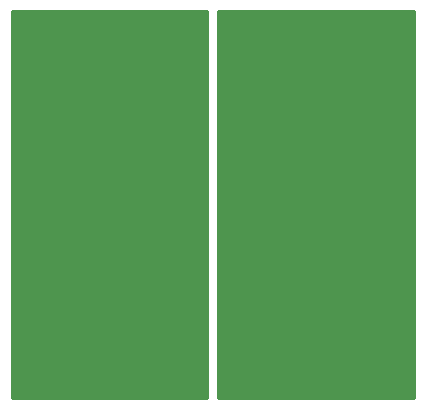
<source format=gbr>
%TF.GenerationSoftware,KiCad,Pcbnew,5.1.6-c6e7f7d~87~ubuntu20.04.1*%
%TF.CreationDate,2021-01-17T18:02:22+02:00*%
%TF.ProjectId,LED_Mount,4c45445f-4d6f-4756-9e74-2e6b69636164,rev?*%
%TF.SameCoordinates,Original*%
%TF.FileFunction,Soldermask,Bot*%
%TF.FilePolarity,Negative*%
%FSLAX46Y46*%
G04 Gerber Fmt 4.6, Leading zero omitted, Abs format (unit mm)*
G04 Created by KiCad (PCBNEW 5.1.6-c6e7f7d~87~ubuntu20.04.1) date 2021-01-17 18:02:22*
%MOMM*%
%LPD*%
G01*
G04 APERTURE LIST*
%ADD10C,0.254000*%
G04 APERTURE END LIST*
D10*
G36*
X116973000Y-83773000D02*
G01*
X100427000Y-83773000D01*
X100427000Y-51027000D01*
X116973000Y-51027000D01*
X116973000Y-83773000D01*
G37*
X116973000Y-83773000D02*
X100427000Y-83773000D01*
X100427000Y-51027000D01*
X116973000Y-51027000D01*
X116973000Y-83773000D01*
G36*
X134473000Y-83773000D02*
G01*
X117927000Y-83773000D01*
X117927000Y-51027000D01*
X134473000Y-51027000D01*
X134473000Y-83773000D01*
G37*
X134473000Y-83773000D02*
X117927000Y-83773000D01*
X117927000Y-51027000D01*
X134473000Y-51027000D01*
X134473000Y-83773000D01*
M02*

</source>
